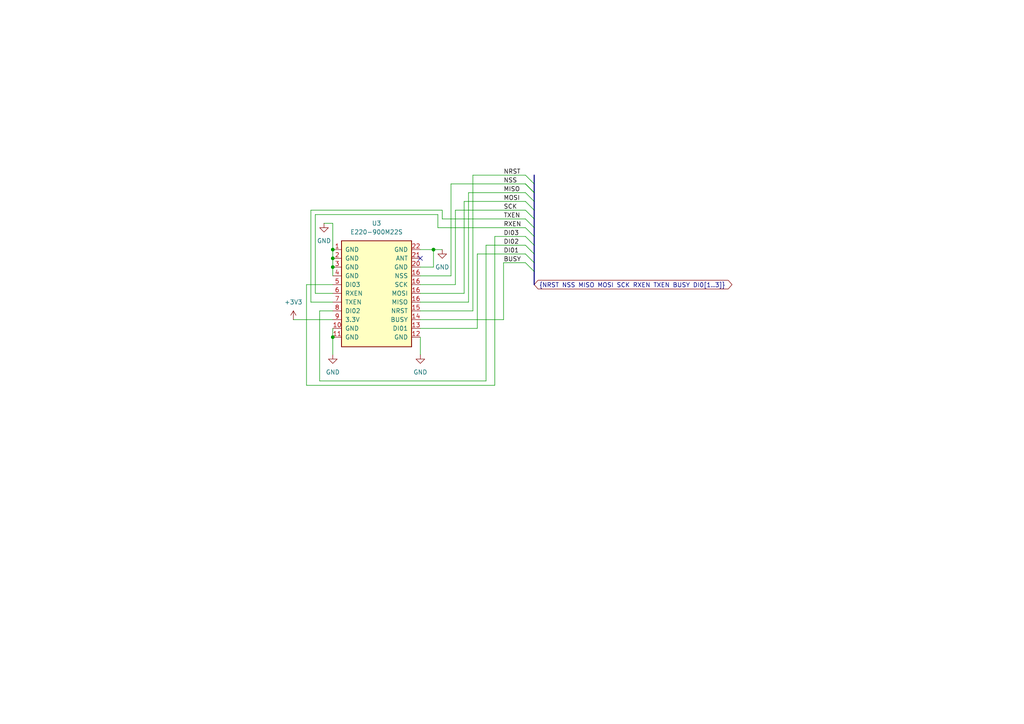
<source format=kicad_sch>
(kicad_sch (version 20231120) (generator "eeschema") (generator_version "8.0")
  (paper "A4")
  (title_block (title "Multiplex I2C to Screw Terminal connectors") (date "2024-07-25") (rev "v0.1.0"))
  (lib_symbols
    (symbol "ProjectLib:E220-900M22S" (pin_names (offset 1.016))
      (property "Reference" "U" (at -10.414 11.684 0))
      (property "Value" "E220-900M22S" (at 1.524 11.43 0))
      (symbol "E220-900M22S_0_1"
        (rectangle (start -10.16 10.16) (end 10.16 -20.574) (stroke (width 0.254)) (fill (type background)))
      )
      (symbol "E220-900M22S_1_1"
        (pin power_in line (at -12.7 7.62 0) (length 2.54) (name "GND") (number "1"))
        (pin power_in line (at -12.7 -15.24 0) (length 2.54) (name "GND") (number "10"))
        (pin power_in line (at -12.7 -17.78 0) (length 2.54) (name "GND") (number "11"))
        (pin power_in line (at 12.7 -17.78 180) (length 2.54) (name "GND") (number "12"))
        (pin bidirectional line (at 12.7 -15.24 180) (length 2.54) (name "DI01") (number "13"))
        (pin bidirectional line (at 12.7 -12.7 180) (length 2.54) (name "BUSY") (number "14"))
        (pin bidirectional line (at 12.7 -10.16 180) (length 2.54) (name "NRST") (number "15"))
        (pin output line (at 12.7 -7.62 180) (length 2.54) (name "MISO") (number "16"))
        (pin input line (at 12.7 -5.08 180) (length 2.54) (name "MOSI") (number "16"))
        (pin input line (at 12.7 0 180) (length 2.54) (name "NSS") (number "16"))
        (pin input line (at 12.7 -2.54 180) (length 2.54) (name "SCK") (number "16"))
        (pin power_in line (at -12.7 5.08 0) (length 2.54) (name "GND") (number "2"))
        (pin power_in line (at 12.7 2.54 180) (length 2.54) (name "GND") (number "20"))
        (pin bidirectional line (at 12.7 5.08 180) (length 2.54) (name "ANT") (number "21"))
        (pin power_in line (at 12.7 7.62 180) (length 2.54) (name "GND") (number "22"))
        (pin power_in line (at -12.7 2.54 0) (length 2.54) (name "GND") (number "3"))
        (pin power_in line (at -12.7 0 0) (length 2.54) (name "GND") (number "4"))
        (pin bidirectional line (at -12.7 -2.54 0) (length 2.54) (name "DI03") (number "5"))
        (pin bidirectional line (at -12.7 -5.08 0) (length 2.54) (name "RXEN") (number "6"))
        (pin bidirectional line (at -12.7 -7.62 0) (length 2.54) (name "TXEN") (number "7"))
        (pin bidirectional line (at -12.7 -10.16 0) (length 2.54) (name "DI02") (number "8"))
        (pin power_in line (at -12.7 -12.7 0) (length 2.54) (name "3.3V") (number "9"))
      )
    )
    (symbol "power:+3V3" (power) (pin_numbers hide) (pin_names (offset 0) hide)
      (property "Value" "+3V3" (at 0 3.556 0))
      (symbol "+3V3_0_1"
        (polyline (pts (xy -0.762 1.27) (xy 0 2.54)))
        (polyline (pts (xy 0 0) (xy 0 2.54)))
        (polyline (pts (xy 0 2.54) (xy 0.762 1.27)))
      )
      (symbol "+3V3_1_1"
        (pin power_in line (at 0 0 90) (length 0) (name "~") (number "1"))
      )
    )
    (symbol "power:GND" (power) (pin_numbers hide) (pin_names (offset 0) hide)
      (property "Value" "GND" (at 0 -3.81 0))
      (symbol "GND_0_1"
        (polyline (pts (xy 0 0) (xy 0 -1.27) (xy 1.27 -1.27) (xy 0 -2.54) (xy -1.27 -1.27) (xy 0 -1.27)))
      )
      (symbol "GND_1_1"
        (pin power_in line (at 0 0 270) (length 0) (name "~") (number "1"))
      )
    )
  )
  (bus_alias "SPI" (members "NSS" "MISO" "MOSI" "SCK" "DI[05..00]" ""))
  (junction (at 125.73 72.39))
  (junction (at 96.52 77.47))
  (junction (at 96.52 97.79))
  (junction (at 96.52 72.39))
  (junction (at 96.52 74.93))
  (no_connect (at 121.92 74.93))
  (bus_entry (at 154.94 76.2) (size -2.54 -2.54))
  (bus_entry (at 154.94 58.42) (size -2.54 -2.54))
  (bus_entry (at 154.94 78.74) (size -2.54 -2.54))
  (bus_entry (at 154.94 73.66) (size -2.54 -2.54))
  (bus_entry (at 154.94 66.04) (size -2.54 -2.54))
  (bus_entry (at 154.94 53.34) (size -2.54 -2.54))
  (bus_entry (at 154.94 63.5) (size -2.54 -2.54))
  (bus_entry (at 154.94 55.88) (size -2.54 -2.54))
  (bus_entry (at 154.94 60.96) (size -2.54 -2.54))
  (bus_entry (at 154.94 68.58) (size -2.54 -2.54))
  (bus_entry (at 154.94 71.12) (size -2.54 -2.54))
  (wire (pts (xy 140.97 71.12) (xy 152.4 71.12)))
  (wire (pts (xy 85.09 92.71) (xy 96.52 92.71)))
  (wire (pts (xy 128.27 63.5) (xy 152.4 63.5)))
  (wire (pts (xy 125.73 72.39) (xy 128.27 72.39)))
  (wire (pts (xy 134.62 85.09) (xy 121.92 85.09)))
  (wire (pts (xy 130.81 53.34) (xy 152.4 53.34)))
  (wire (pts (xy 132.08 60.96) (xy 152.4 60.96)))
  (wire (pts (xy 143.51 68.58) (xy 143.51 111.76)))
  (bus (pts (xy 154.94 55.88) (xy 154.94 58.42)))
  (wire (pts (xy 128.27 60.96) (xy 90.17 60.96)))
  (bus (pts (xy 154.94 73.66) (xy 154.94 76.2)))
  (bus (pts (xy 154.94 50.8) (xy 154.94 53.34)))
  (wire (pts (xy 121.92 77.47) (xy 125.73 77.47)))
  (wire (pts (xy 91.44 85.09) (xy 96.52 85.09)))
  (wire (pts (xy 146.05 92.71) (xy 121.92 92.71)))
  (bus (pts (xy 154.94 60.96) (xy 154.94 63.5)))
  (wire (pts (xy 127 62.23) (xy 91.44 62.23)))
  (wire (pts (xy 152.4 53.34) (xy 154.94 55.88)))
  (wire (pts (xy 146.05 76.2) (xy 152.4 76.2)))
  (wire (pts (xy 138.43 95.25) (xy 121.92 95.25)))
  (wire (pts (xy 96.52 74.93) (xy 96.52 77.47)))
  (bus (pts (xy 154.94 68.58) (xy 154.94 71.12)))
  (wire (pts (xy 137.16 50.8) (xy 152.4 50.8)))
  (wire (pts (xy 146.05 76.2) (xy 146.05 92.71)))
  (wire (pts (xy 140.97 71.12) (xy 140.97 110.49)))
  (wire (pts (xy 132.08 60.96) (xy 132.08 82.55)))
  (wire (pts (xy 137.16 90.17) (xy 137.16 50.8)))
  (wire (pts (xy 130.81 80.01) (xy 121.92 80.01)))
  (wire (pts (xy 96.52 97.79) (xy 96.52 102.87)))
  (wire (pts (xy 128.27 63.5) (xy 128.27 60.96)))
  (wire (pts (xy 134.62 58.42) (xy 152.4 58.42)))
  (wire (pts (xy 143.51 111.76) (xy 88.9 111.76)))
  (wire (pts (xy 90.17 60.96) (xy 90.17 87.63)))
  (wire (pts (xy 135.89 55.88) (xy 135.89 87.63)))
  (wire (pts (xy 140.97 110.49) (xy 92.71 110.49)))
  (bus (pts (xy 154.94 78.74) (xy 154.94 82.55)))
  (wire (pts (xy 88.9 111.76) (xy 88.9 82.55)))
  (wire (pts (xy 96.52 95.25) (xy 96.52 97.79)))
  (bus (pts (xy 154.94 66.04) (xy 154.94 68.58)))
  (wire (pts (xy 138.43 73.66) (xy 138.43 95.25)))
  (wire (pts (xy 135.89 55.88) (xy 152.4 55.88)))
  (wire (pts (xy 90.17 87.63) (xy 96.52 87.63)))
  (wire (pts (xy 121.92 90.17) (xy 137.16 90.17)))
  (wire (pts (xy 132.08 82.55) (xy 121.92 82.55)))
  (wire (pts (xy 143.51 68.58) (xy 152.4 68.58)))
  (bus (pts (xy 154.94 63.5) (xy 154.94 66.04)))
  (wire (pts (xy 138.43 73.66) (xy 152.4 73.66)))
  (wire (pts (xy 121.92 97.79) (xy 121.92 102.87)))
  (wire (pts (xy 88.9 82.55) (xy 96.52 82.55)))
  (wire (pts (xy 127 66.04) (xy 127 62.23)))
  (wire (pts (xy 127 66.04) (xy 152.4 66.04)))
  (wire (pts (xy 96.52 72.39) (xy 96.52 64.77)))
  (wire (pts (xy 92.71 90.17) (xy 92.71 110.49)))
  (bus (pts (xy 154.94 71.12) (xy 154.94 73.66)))
  (wire (pts (xy 96.52 64.77) (xy 93.98 64.77)))
  (bus (pts (xy 154.94 76.2) (xy 154.94 78.74)))
  (bus (pts (xy 154.94 58.42) (xy 154.94 60.96)))
  (wire (pts (xy 96.52 77.47) (xy 96.52 80.01)))
  (wire (pts (xy 91.44 62.23) (xy 91.44 85.09)))
  (wire (pts (xy 121.92 72.39) (xy 125.73 72.39)))
  (wire (pts (xy 135.89 87.63) (xy 121.92 87.63)))
  (wire (pts (xy 96.52 90.17) (xy 92.71 90.17)))
  (bus (pts (xy 154.94 53.34) (xy 154.94 55.88)))
  (wire (pts (xy 125.73 72.39) (xy 125.73 77.47)))
  (wire (pts (xy 130.81 53.34) (xy 130.81 80.01)))
  (wire (pts (xy 134.62 58.42) (xy 134.62 85.09)))
  (wire (pts (xy 96.52 72.39) (xy 96.52 74.93)))
  (label "DI03" (at 146.05 68.58 0))
  (label "MISO" (at 146.05 55.88 0))
  (label "MOSI" (at 146.05 58.42 0))
  (label "DI01" (at 146.05 73.66 0))
  (label "RXEN" (at 146.05 66.04 0))
  (label "BUSY" (at 146.05 76.2 0))
  (label "NRST" (at 146.05 50.8 0))
  (label "SCK" (at 146.05 60.96 0))
  (label "NSS" (at 146.05 53.34 0))
  (label "DI02" (at 146.05 71.12 0))
  (label "TXEN" (at 146.05 63.5 0))
  (global_label "{NRST NSS MISO MOSI SCK RXEN TXEN BUSY DI0[1..3]}" (shape bidirectional) (at 154.94 82.55 0) (property "Intersheetrefs" "${INTERSHEET_REFS}" (effects (hide yes))))
  (symbol (lib_id "power:+3V3") (at 85.09 92.71 0) (unit 1)
    (property "Reference" "#PWR09" (effects (hide yes)))
    (property "Value" "+3V3" (at 85.09 87.63 0))
    (property "Description" "Power symbol creates a global label with name \"+3V3\"" (effects (hide yes)))
  )
  (symbol (lib_id "power:GND") (at 128.27 72.39 0) (unit 1)
    (property "Reference" "#PWR07" (effects (hide yes)))
    (property "Value" "GND" (at 128.27 77.47 0))
    (property "Description" "Power symbol creates a global label with name \"GND\" , ground" (effects (hide yes)))
  )
  (symbol (lib_id "power:GND") (at 96.52 102.87 0) (unit 1)
    (property "Reference" "#PWR05" (effects (hide yes)))
    (property "Value" "GND" (at 96.52 107.95 0))
    (property "Description" "Power symbol creates a global label with name \"GND\" , ground" (effects (hide yes)))
  )
  (symbol (lib_id "power:GND") (at 93.98 64.77 0) (unit 1)
    (property "Reference" "#PWR06" (effects (hide yes)))
    (property "Value" "GND" (at 93.98 69.85 0))
    (property "Description" "Power symbol creates a global label with name \"GND\" , ground" (effects (hide yes)))
  )
  (symbol (lib_id "power:GND") (at 121.92 102.87 0) (unit 1)
    (property "Reference" "#PWR08" (effects (hide yes)))
    (property "Value" "GND" (at 121.92 107.95 0))
    (property "Description" "Power symbol creates a global label with name \"GND\" , ground" (effects (hide yes)))
  )
  (symbol (lib_id "ProjectLib:E220-900M22S") (at 109.22 80.01 0) (unit 1)
    (property "Reference" "U3" (at 109.22 64.77 0))
    (property "Value" "E220-900M22S" (at 109.22 67.31 0))
    (property "Datasheet" "https://www.cdebyte.com/products/E220-900T22D/7#Series" (effects (hide yes)))
    (property "Description" "LoRa module, SPI interface, 868/915 MHz, SMD-22" (effects (hide yes)))
  )
)
</source>
